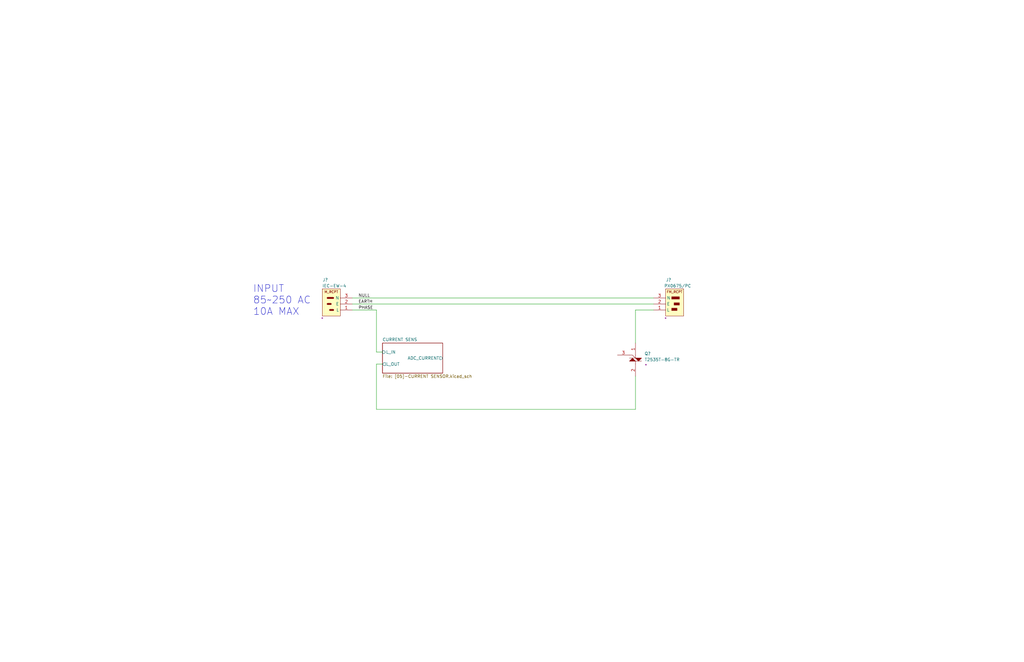
<source format=kicad_sch>
(kicad_sch (version 20211123) (generator eeschema)
  (paper "B")
  (lib_symbols
    (symbol "SmartSwitch:IEC-EW-4"
      (property "Reference" "J" (at 0.635 3.175 0))
      (property "Value" "IEC-EW-4" (at 5.08 5.08 0))
      (property "SCH CHECK" "*" (at 1.27 12.065 0))
      (symbol "IEC-EW-4_0_0"
        (text "M_RCPT" (at 3.81 -10.16 0) (effects (font (size 1.016 1.016))))
      )
      (symbol "IEC-EW-4_0_1"
        (polyline (pts (xy 3.048 -7.62) (xy 5.334 -7.62)) (stroke (width 0.762)))
        (polyline (pts (xy 3.048 -2.54) (xy 4.318 -2.54)) (stroke (width 0.762)))
        (polyline (pts (xy 4.064 -5.08) (xy 5.334 -5.08)) (stroke (width 0.762)))
        (rectangle (start 0 0) (end 7.62 -11.43) (fill (type background)))
      )
      (symbol "IEC-EW-4_1_1"
        (pin passive line (at -5.08 -2.54 0) (length 5.08) (name "L") (number "1"))
        (pin passive line (at -5.08 -5.08 0) (length 5.08) (name "E") (number "2"))
        (pin passive line (at -5.08 -7.62 0) (length 5.08) (name "N") (number "3"))
      )
    )
    (symbol "SmartSwitch:PX0675{slash}PC"
      (property "Reference" "J" (at 2.54 3.81 0))
      (property "Value" "PX0675{slash}PC" (at 10.16 6.35 0))
      (property "SCH CHECK" "*" (at 2.54 16.51 0))
      (symbol "PX0675{slash}PC_0_0"
        (text "FM_RCPT" (at 3.81 -10.16 0) (effects (font (size 1.016 1.016))))
      )
      (symbol "PX0675{slash}PC_0_1"
        (rectangle (start 0 0) (end 7.62 -11.43) (fill (type background)))
        (rectangle (start 2.54 -7.112) (end 5.842 -8.128) (fill (type outline)))
        (rectangle (start 2.54 -2.286) (end 4.826 -3.302) (fill (type outline)))
        (rectangle (start 3.556 -4.572) (end 5.842 -5.588) (fill (type outline)))
      )
      (symbol "PX0675{slash}PC_1_1"
        (pin passive line (at -5.08 -2.54 0) (length 5.08) (name "L") (number "1"))
        (pin passive line (at -5.08 -5.08 0) (length 5.08) (name "E") (number "2"))
        (pin passive line (at -5.08 -7.62 0) (length 5.08) (name "N") (number "3"))
      )
    )
    (symbol "SmartSwitch:T2535T-8G-TR"
      (property "Reference" "Q" (at 1.27 5.08 0))
      (property "Value" "T2535T-8G-TR" (at 7.62 2.54 0))
      (property "SCH CHECK" "*" (at 0.635 16.51 0))
      (symbol "T2535T-8G-TR_0_0"
        (polyline (pts (xy 5.08 -6.35) (xy 10.16 -6.35)))
        (polyline (pts (xy 7.62 -7.62) (xy 7.62 -8.89)))
        (polyline (pts (xy 7.62 -6.35) (xy 7.62 -5.08)))
        (polyline (pts (xy 10.16 -7.62) (xy 5.08 -7.62)))
        (polyline (pts (xy 7.62 -7.62) (xy 6.35 -8.89) (xy 5.08 -8.89)))
        (polyline (pts (xy 7.62 -7.62) (xy 8.89 -6.35) (xy 10.16 -7.62) (xy 7.62 -7.62)) (fill (type outline)))
        (polyline (pts (xy 6.35 -6.35) (xy 7.62 -6.35) (xy 6.35 -7.62) (xy 5.08 -6.35) (xy 6.35 -6.35)) (fill (type outline)))
      )
      (symbol "T2535T-8G-TR_1_1"
        (pin passive line (at 7.62 -13.97 90) (length 5.08) (name "") (number "1"))
        (pin passive line (at 7.62 0 270) (length 5.08) (name "") (number "2"))
        (pin passive line (at 0 -8.89 0) (length 5.08) (name "") (number "3"))
      )
    )
  )
  (wire (pts (xy 148.59 125.73) (xy 275.59 125.73)))
  (wire (pts (xy 158.75 148.59) (xy 161.29 148.59)))
  (wire (pts (xy 158.75 172.72) (xy 267.97 172.72)))
  (wire (pts (xy 158.75 153.67) (xy 158.75 172.72)))
  (wire (pts (xy 148.59 130.81) (xy 158.75 130.81)))
  (wire (pts (xy 267.97 172.72) (xy 267.97 158.75)))
  (wire (pts (xy 275.59 130.81) (xy 267.97 130.81)))
  (wire (pts (xy 161.29 153.67) (xy 158.75 153.67)))
  (wire (pts (xy 148.59 128.27) (xy 275.59 128.27)))
  (wire (pts (xy 158.75 130.81) (xy 158.75 148.59)))
  (wire (pts (xy 267.97 130.81) (xy 267.97 144.78)))
  (text "INPUT\n85~250 AC\n10A MAX" (at 106.68 133.35 0) (effects (font (size 3 3)) (justify left bottom)))
  (label "EARTH" (at 151.13 128.27 0))
  (label "PHASE" (at 151.13 130.81 0))
  (label "NULL" (at 151.13 125.73 0))
  (symbol (lib_id "SmartSwitch:T2535T-8G-TR") (at 260.35 158.75 0) (mirror x) (unit 1)
    (property "Reference" "Q?" (at 271.78 149.2249 0) (effects (justify left)))
    (property "Value" "T2535T-8G-TR" (at 271.78 151.7649 0) (effects (justify left)))
    (property "Footprint" "Package_TO_SOT_SMD:TO-263-2" (effects hide))
    (property "Datasheet" "https://www.st.com/resource/en/datasheet/t2535t-8g.pdf" (effects hide))
    (property "Description" "TRIAC Standard 800 V 25 A Surface Mount D²PAK" (effects hide))
    (property "SCH CHECK" "*" (at 271.78 154.3049 0) (effects (justify left)))
  )
  (symbol (lib_id "SmartSwitch:IEC-EW-4") (at 143.51 133.35 180) (unit 1)
    (property "Reference" "J?" (at 137.16 118.11 0))
    (property "Value" "IEC-EW-4" (at 140.97 120.65 0))
    (property "Datasheet" "https://app.adam-tech.com/products/download/data_sheet/203624/iec-ew-4-data-sheet.pdf" (effects hide))
    (property "Description" "Power Entry Connector Receptacle, Male Blades IEC 320-C14 Panel Mount, Flange; Through Hole, Right Angle" (effects hide))
    (property "SCH CHECK" "*" (at 135.89 134.62 0))
  )
  (symbol (lib_id "SmartSwitch:PX0675{slash}PC") (at 280.67 133.35 0) (mirror x) (unit 1)
    (property "Reference" "J?" (at 281.94 118.11 0))
    (property "Value" "PX0675/PC" (at 285.75 120.65 0))
    (property "Datasheet" "https://www.bulgin.com/us/products/pub/media/bulgin/data/IEC_connectors.pdf" (effects hide))
    (property "Description" "Power Entry Connector Receptacle, Female Sockets IEC 320-2-2/F Panel Mount, Flange; Through Hole, Right Angle" (effects hide))
    (property "SCH CHECK" "*" (at 280.67 134.62 0))
  )
  (sheet (at 161.29 144.78) (size 25.4 12.7) (stroke (width 0.1524))
    (property "Sheet name" "CURRENT SENS" (at 161.29 144.0684 0) (effects (justify left bottom)))
    (property "Sheet file" "[05]-CURRENT SENSOR.kicad_sch" (at 161.29 158.0646 0) (effects (justify left top)))
    (pin "ADC_CURRENT" output (at 186.69 151.13 0))
    (pin "L_IN" input (at 161.29 148.59 180))
    (pin "L_OUT" output (at 161.29 153.67 180))
  )
)
</source>
